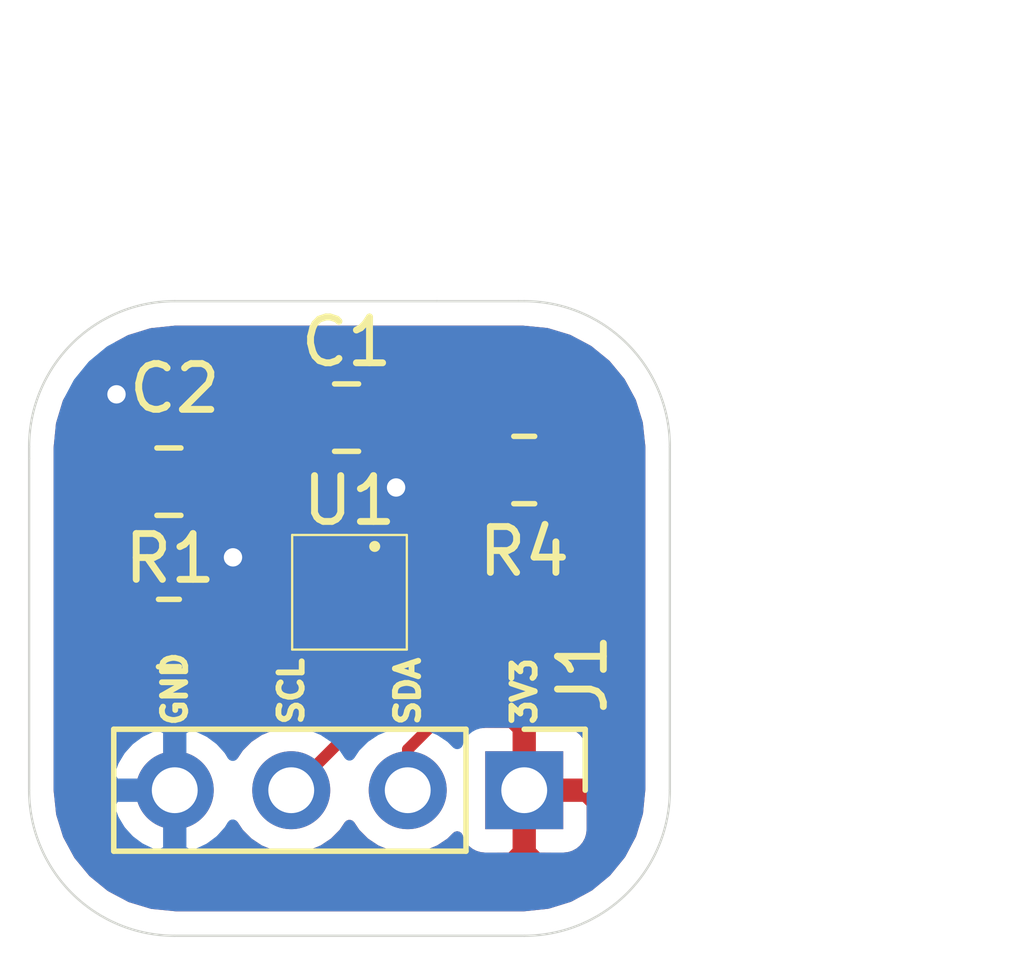
<source format=kicad_pcb>
(kicad_pcb (version 20171130) (host pcbnew "(5.1.7)-1")

  (general
    (thickness 1.6)
    (drawings 18)
    (tracks 33)
    (zones 0)
    (modules 6)
    (nets 7)
  )

  (page A4)
  (layers
    (0 F.Cu signal)
    (31 B.Cu signal)
    (32 B.Adhes user)
    (33 F.Adhes user)
    (34 B.Paste user)
    (35 F.Paste user)
    (36 B.SilkS user)
    (37 F.SilkS user)
    (38 B.Mask user)
    (39 F.Mask user)
    (40 Dwgs.User user)
    (41 Cmts.User user)
    (42 Eco1.User user)
    (43 Eco2.User user)
    (44 Edge.Cuts user)
    (45 Margin user)
    (46 B.CrtYd user)
    (47 F.CrtYd user)
    (48 B.Fab user)
    (49 F.Fab user hide)
  )

  (setup
    (last_trace_width 0.25)
    (trace_clearance 0.2)
    (zone_clearance 0.508)
    (zone_45_only no)
    (trace_min 0.2)
    (via_size 0.8)
    (via_drill 0.4)
    (via_min_size 0.4)
    (via_min_drill 0.3)
    (uvia_size 0.3)
    (uvia_drill 0.1)
    (uvias_allowed no)
    (uvia_min_size 0.2)
    (uvia_min_drill 0.1)
    (edge_width 0.05)
    (segment_width 0.2)
    (pcb_text_width 0.3)
    (pcb_text_size 1.5 1.5)
    (mod_edge_width 0.12)
    (mod_text_size 1 1)
    (mod_text_width 0.15)
    (pad_size 1.524 1.524)
    (pad_drill 0.762)
    (pad_to_mask_clearance 0)
    (aux_axis_origin 0 0)
    (visible_elements 7FFFFFFF)
    (pcbplotparams
      (layerselection 0x010fc_ffffffff)
      (usegerberextensions false)
      (usegerberattributes true)
      (usegerberadvancedattributes true)
      (creategerberjobfile true)
      (excludeedgelayer true)
      (linewidth 0.100000)
      (plotframeref false)
      (viasonmask false)
      (mode 1)
      (useauxorigin false)
      (hpglpennumber 1)
      (hpglpenspeed 20)
      (hpglpendiameter 15.000000)
      (psnegative false)
      (psa4output false)
      (plotreference true)
      (plotvalue true)
      (plotinvisibletext false)
      (padsonsilk false)
      (subtractmaskfromsilk false)
      (outputformat 1)
      (mirror false)
      (drillshape 1)
      (scaleselection 1)
      (outputdirectory ""))
  )

  (net 0 "")
  (net 1 GND)
  (net 2 +3V3)
  (net 3 /SCL)
  (net 4 /SDA)
  (net 5 "Net-(R1-Pad1)")
  (net 6 "Net-(R4-Pad1)")

  (net_class Default "This is the default net class."
    (clearance 0.2)
    (trace_width 0.25)
    (via_dia 0.8)
    (via_drill 0.4)
    (uvia_dia 0.3)
    (uvia_drill 0.1)
    (add_net +3V3)
    (add_net /SCL)
    (add_net /SDA)
    (add_net GND)
    (add_net "Net-(R1-Pad1)")
    (add_net "Net-(R4-Pad1)")
  )

  (module FEMA_LIB_FOOT:BMP280 (layer F.Cu) (tedit 5F7DDB1B) (tstamp 5F8A7327)
    (at 138.43 98.425)
    (path /5F87830A)
    (fp_text reference U1 (at 0 -2) (layer F.SilkS)
      (effects (font (size 1 1) (thickness 0.15)))
    )
    (fp_text value BME280 (at 0 2) (layer F.Fab)
      (effects (font (size 1 1) (thickness 0.15)))
    )
    (fp_circle (center 0.55 -1) (end 0.605 -1.025) (layer F.SilkS) (width 0.12))
    (fp_line (start -1.25 1.25) (end -1.25 -1.25) (layer F.SilkS) (width 0.05))
    (fp_line (start 1.25 1.25) (end -1.25 1.25) (layer F.SilkS) (width 0.05))
    (fp_line (start 1.25 -1.25) (end 1.25 1.25) (layer F.SilkS) (width 0.05))
    (fp_line (start -1.25 -1.25) (end 1.25 -1.25) (layer F.SilkS) (width 0.05))
    (pad 8 smd rect (at -1.025 -0.97) (size 0.5 0.35) (layers F.Cu F.Paste F.Mask)
      (net 2 +3V3))
    (pad 7 smd rect (at -1.025 -0.32) (size 0.5 0.35) (layers F.Cu F.Paste F.Mask)
      (net 1 GND))
    (pad 6 smd rect (at -1.025 0.33) (size 0.5 0.35) (layers F.Cu F.Paste F.Mask)
      (net 2 +3V3))
    (pad 5 smd rect (at -1.025 0.98) (size 0.5 0.35) (layers F.Cu F.Paste F.Mask)
      (net 5 "Net-(R1-Pad1)"))
    (pad 4 smd rect (at 1.025 0.98) (size 0.5 0.35) (layers F.Cu F.Paste F.Mask)
      (net 3 /SCL))
    (pad 3 smd rect (at 1.025 0.33) (size 0.5 0.35) (layers F.Cu F.Paste F.Mask)
      (net 4 /SDA))
    (pad 2 smd rect (at 1.025 -0.32) (size 0.5 0.35) (layers F.Cu F.Paste F.Mask)
      (net 6 "Net-(R4-Pad1)"))
    (pad 1 smd rect (at 1.025 -0.97) (size 0.5 0.35) (layers F.Cu F.Paste F.Mask)
      (net 1 GND))
  )

  (module Resistor_SMD:R_0805_2012Metric_Pad1.20x1.40mm_HandSolder (layer F.Cu) (tedit 5F68FEEE) (tstamp 5F8A7316)
    (at 142.24 95.758)
    (descr "Resistor SMD 0805 (2012 Metric), square (rectangular) end terminal, IPC_7351 nominal with elongated pad for handsoldering. (Body size source: IPC-SM-782 page 72, https://www.pcb-3d.com/wordpress/wp-content/uploads/ipc-sm-782a_amendment_1_and_2.pdf), generated with kicad-footprint-generator")
    (tags "resistor handsolder")
    (path /5F878326)
    (attr smd)
    (fp_text reference R4 (at 0 1.778) (layer F.SilkS)
      (effects (font (size 1 1) (thickness 0.15)))
    )
    (fp_text value 4.7K (at 0 1.65) (layer F.Fab)
      (effects (font (size 1 1) (thickness 0.15)))
    )
    (fp_line (start 1.85 0.95) (end -1.85 0.95) (layer F.CrtYd) (width 0.05))
    (fp_line (start 1.85 -0.95) (end 1.85 0.95) (layer F.CrtYd) (width 0.05))
    (fp_line (start -1.85 -0.95) (end 1.85 -0.95) (layer F.CrtYd) (width 0.05))
    (fp_line (start -1.85 0.95) (end -1.85 -0.95) (layer F.CrtYd) (width 0.05))
    (fp_line (start -0.227064 0.735) (end 0.227064 0.735) (layer F.SilkS) (width 0.12))
    (fp_line (start -0.227064 -0.735) (end 0.227064 -0.735) (layer F.SilkS) (width 0.12))
    (fp_line (start 1 0.625) (end -1 0.625) (layer F.Fab) (width 0.1))
    (fp_line (start 1 -0.625) (end 1 0.625) (layer F.Fab) (width 0.1))
    (fp_line (start -1 -0.625) (end 1 -0.625) (layer F.Fab) (width 0.1))
    (fp_line (start -1 0.625) (end -1 -0.625) (layer F.Fab) (width 0.1))
    (fp_text user %R (at 0 0) (layer F.Fab)
      (effects (font (size 0.5 0.5) (thickness 0.08)))
    )
    (pad 2 smd roundrect (at 1 0) (size 1.2 1.4) (layers F.Cu F.Paste F.Mask) (roundrect_rratio 0.208333)
      (net 2 +3V3))
    (pad 1 smd roundrect (at -1 0) (size 1.2 1.4) (layers F.Cu F.Paste F.Mask) (roundrect_rratio 0.208333)
      (net 6 "Net-(R4-Pad1)"))
    (model ${KISYS3DMOD}/Resistor_SMD.3dshapes/R_0805_2012Metric.wrl
      (at (xyz 0 0 0))
      (scale (xyz 1 1 1))
      (rotate (xyz 0 0 0))
    )
  )

  (module Resistor_SMD:R_0805_2012Metric_Pad1.20x1.40mm_HandSolder (layer F.Cu) (tedit 5F68FEEE) (tstamp 5F8A7829)
    (at 134.493 99.314 180)
    (descr "Resistor SMD 0805 (2012 Metric), square (rectangular) end terminal, IPC_7351 nominal with elongated pad for handsoldering. (Body size source: IPC-SM-782 page 72, https://www.pcb-3d.com/wordpress/wp-content/uploads/ipc-sm-782a_amendment_1_and_2.pdf), generated with kicad-footprint-generator")
    (tags "resistor handsolder")
    (path /5F87837B)
    (attr smd)
    (fp_text reference R1 (at -0.0254 1.6256) (layer F.SilkS)
      (effects (font (size 1 1) (thickness 0.15)))
    )
    (fp_text value 4.7K (at 0.508 -2.921) (layer F.Fab)
      (effects (font (size 1 1) (thickness 0.15)))
    )
    (fp_line (start 1.85 0.95) (end -1.85 0.95) (layer F.CrtYd) (width 0.05))
    (fp_line (start 1.85 -0.95) (end 1.85 0.95) (layer F.CrtYd) (width 0.05))
    (fp_line (start -1.85 -0.95) (end 1.85 -0.95) (layer F.CrtYd) (width 0.05))
    (fp_line (start -1.85 0.95) (end -1.85 -0.95) (layer F.CrtYd) (width 0.05))
    (fp_line (start -0.227064 0.735) (end 0.227064 0.735) (layer F.SilkS) (width 0.12))
    (fp_line (start -0.227064 -0.735) (end 0.227064 -0.735) (layer F.SilkS) (width 0.12))
    (fp_line (start 1 0.625) (end -1 0.625) (layer F.Fab) (width 0.1))
    (fp_line (start 1 -0.625) (end 1 0.625) (layer F.Fab) (width 0.1))
    (fp_line (start -1 -0.625) (end 1 -0.625) (layer F.Fab) (width 0.1))
    (fp_line (start -1 0.625) (end -1 -0.625) (layer F.Fab) (width 0.1))
    (fp_text user %R (at 0 0) (layer F.Fab)
      (effects (font (size 0.5 0.5) (thickness 0.08)))
    )
    (pad 2 smd roundrect (at 1 0 180) (size 1.2 1.4) (layers F.Cu F.Paste F.Mask) (roundrect_rratio 0.208333)
      (net 2 +3V3))
    (pad 1 smd roundrect (at -1 0 180) (size 1.2 1.4) (layers F.Cu F.Paste F.Mask) (roundrect_rratio 0.208333)
      (net 5 "Net-(R1-Pad1)"))
    (model ${KISYS3DMOD}/Resistor_SMD.3dshapes/R_0805_2012Metric.wrl
      (at (xyz 0 0 0))
      (scale (xyz 1 1 1))
      (rotate (xyz 0 0 0))
    )
  )

  (module Connector_PinHeader_2.54mm:PinHeader_1x04_P2.54mm_Vertical (layer F.Cu) (tedit 59FED5CC) (tstamp 5F8A72D2)
    (at 142.24 102.743 270)
    (descr "Through hole straight pin header, 1x04, 2.54mm pitch, single row")
    (tags "Through hole pin header THT 1x04 2.54mm single row")
    (path /5F885056)
    (fp_text reference J1 (at -2.54 -1.27 90) (layer F.SilkS)
      (effects (font (size 1 1) (thickness 0.15)))
    )
    (fp_text value Conn_01x04 (at -0.635 -5.207 180) (layer F.Fab)
      (effects (font (size 1 1) (thickness 0.15)))
    )
    (fp_line (start 1.8 -1.8) (end -1.8 -1.8) (layer F.CrtYd) (width 0.05))
    (fp_line (start 1.8 9.4) (end 1.8 -1.8) (layer F.CrtYd) (width 0.05))
    (fp_line (start -1.8 9.4) (end 1.8 9.4) (layer F.CrtYd) (width 0.05))
    (fp_line (start -1.8 -1.8) (end -1.8 9.4) (layer F.CrtYd) (width 0.05))
    (fp_line (start -1.33 -1.33) (end 0 -1.33) (layer F.SilkS) (width 0.12))
    (fp_line (start -1.33 0) (end -1.33 -1.33) (layer F.SilkS) (width 0.12))
    (fp_line (start -1.33 1.27) (end 1.33 1.27) (layer F.SilkS) (width 0.12))
    (fp_line (start 1.33 1.27) (end 1.33 8.95) (layer F.SilkS) (width 0.12))
    (fp_line (start -1.33 1.27) (end -1.33 8.95) (layer F.SilkS) (width 0.12))
    (fp_line (start -1.33 8.95) (end 1.33 8.95) (layer F.SilkS) (width 0.12))
    (fp_line (start -1.27 -0.635) (end -0.635 -1.27) (layer F.Fab) (width 0.1))
    (fp_line (start -1.27 8.89) (end -1.27 -0.635) (layer F.Fab) (width 0.1))
    (fp_line (start 1.27 8.89) (end -1.27 8.89) (layer F.Fab) (width 0.1))
    (fp_line (start 1.27 -1.27) (end 1.27 8.89) (layer F.Fab) (width 0.1))
    (fp_line (start -0.635 -1.27) (end 1.27 -1.27) (layer F.Fab) (width 0.1))
    (fp_text user %R (at 0 3.81) (layer F.Fab)
      (effects (font (size 1 1) (thickness 0.15)))
    )
    (pad 4 thru_hole oval (at 0 7.62 270) (size 1.7 1.7) (drill 1) (layers *.Cu *.Mask)
      (net 1 GND))
    (pad 3 thru_hole oval (at 0 5.08 270) (size 1.7 1.7) (drill 1) (layers *.Cu *.Mask)
      (net 3 /SCL))
    (pad 2 thru_hole oval (at 0 2.54 270) (size 1.7 1.7) (drill 1) (layers *.Cu *.Mask)
      (net 4 /SDA))
    (pad 1 thru_hole rect (at 0 0 270) (size 1.7 1.7) (drill 1) (layers *.Cu *.Mask)
      (net 2 +3V3))
    (model ${KISYS3DMOD}/Connector_PinHeader_2.54mm.3dshapes/PinHeader_1x04_P2.54mm_Vertical.wrl
      (at (xyz 0 0 0))
      (scale (xyz 1 1 1))
      (rotate (xyz 0 0 0))
    )
  )

  (module Capacitor_SMD:C_0805_2012Metric_Pad1.18x1.45mm_HandSolder (layer F.Cu) (tedit 5F68FEEF) (tstamp 5F8A72BA)
    (at 134.493 96.012 180)
    (descr "Capacitor SMD 0805 (2012 Metric), square (rectangular) end terminal, IPC_7351 nominal with elongated pad for handsoldering. (Body size source: IPC-SM-782 page 76, https://www.pcb-3d.com/wordpress/wp-content/uploads/ipc-sm-782a_amendment_1_and_2.pdf, https://docs.google.com/spreadsheets/d/1BsfQQcO9C6DZCsRaXUlFlo91Tg2WpOkGARC1WS5S8t0/edit?usp=sharing), generated with kicad-footprint-generator")
    (tags "capacitor handsolder")
    (path /5F87835F)
    (attr smd)
    (fp_text reference C2 (at -0.127 2.032) (layer F.SilkS)
      (effects (font (size 1 1) (thickness 0.15)))
    )
    (fp_text value 0.1uF (at 0 -1.651) (layer F.Fab)
      (effects (font (size 1 1) (thickness 0.15)))
    )
    (fp_line (start 1.88 0.98) (end -1.88 0.98) (layer F.CrtYd) (width 0.05))
    (fp_line (start 1.88 -0.98) (end 1.88 0.98) (layer F.CrtYd) (width 0.05))
    (fp_line (start -1.88 -0.98) (end 1.88 -0.98) (layer F.CrtYd) (width 0.05))
    (fp_line (start -1.88 0.98) (end -1.88 -0.98) (layer F.CrtYd) (width 0.05))
    (fp_line (start -0.261252 0.735) (end 0.261252 0.735) (layer F.SilkS) (width 0.12))
    (fp_line (start -0.261252 -0.735) (end 0.261252 -0.735) (layer F.SilkS) (width 0.12))
    (fp_line (start 1 0.625) (end -1 0.625) (layer F.Fab) (width 0.1))
    (fp_line (start 1 -0.625) (end 1 0.625) (layer F.Fab) (width 0.1))
    (fp_line (start -1 -0.625) (end 1 -0.625) (layer F.Fab) (width 0.1))
    (fp_line (start -1 0.625) (end -1 -0.625) (layer F.Fab) (width 0.1))
    (fp_text user %R (at 0 0) (layer F.Fab)
      (effects (font (size 0.5 0.5) (thickness 0.08)))
    )
    (pad 2 smd roundrect (at 1.0375 0 180) (size 1.175 1.45) (layers F.Cu F.Paste F.Mask) (roundrect_rratio 0.212766)
      (net 1 GND))
    (pad 1 smd roundrect (at -1.0375 0 180) (size 1.175 1.45) (layers F.Cu F.Paste F.Mask) (roundrect_rratio 0.212766)
      (net 2 +3V3))
    (model ${KISYS3DMOD}/Capacitor_SMD.3dshapes/C_0805_2012Metric.wrl
      (at (xyz 0 0 0))
      (scale (xyz 1 1 1))
      (rotate (xyz 0 0 0))
    )
  )

  (module Capacitor_SMD:C_0805_2012Metric_Pad1.18x1.45mm_HandSolder (layer F.Cu) (tedit 5F68FEEF) (tstamp 5F8A72A9)
    (at 138.3665 94.615)
    (descr "Capacitor SMD 0805 (2012 Metric), square (rectangular) end terminal, IPC_7351 nominal with elongated pad for handsoldering. (Body size source: IPC-SM-782 page 76, https://www.pcb-3d.com/wordpress/wp-content/uploads/ipc-sm-782a_amendment_1_and_2.pdf, https://docs.google.com/spreadsheets/d/1BsfQQcO9C6DZCsRaXUlFlo91Tg2WpOkGARC1WS5S8t0/edit?usp=sharing), generated with kicad-footprint-generator")
    (tags "capacitor handsolder")
    (path /5F878359)
    (attr smd)
    (fp_text reference C1 (at 0 -1.651) (layer F.SilkS)
      (effects (font (size 1 1) (thickness 0.15)))
    )
    (fp_text value 0.1uF (at 3.2385 -1.905) (layer F.Fab)
      (effects (font (size 1 1) (thickness 0.15)))
    )
    (fp_line (start 1.88 0.98) (end -1.88 0.98) (layer F.CrtYd) (width 0.05))
    (fp_line (start 1.88 -0.98) (end 1.88 0.98) (layer F.CrtYd) (width 0.05))
    (fp_line (start -1.88 -0.98) (end 1.88 -0.98) (layer F.CrtYd) (width 0.05))
    (fp_line (start -1.88 0.98) (end -1.88 -0.98) (layer F.CrtYd) (width 0.05))
    (fp_line (start -0.261252 0.735) (end 0.261252 0.735) (layer F.SilkS) (width 0.12))
    (fp_line (start -0.261252 -0.735) (end 0.261252 -0.735) (layer F.SilkS) (width 0.12))
    (fp_line (start 1 0.625) (end -1 0.625) (layer F.Fab) (width 0.1))
    (fp_line (start 1 -0.625) (end 1 0.625) (layer F.Fab) (width 0.1))
    (fp_line (start -1 -0.625) (end 1 -0.625) (layer F.Fab) (width 0.1))
    (fp_line (start -1 0.625) (end -1 -0.625) (layer F.Fab) (width 0.1))
    (fp_text user %R (at 0 0) (layer F.Fab)
      (effects (font (size 0.5 0.5) (thickness 0.08)))
    )
    (pad 2 smd roundrect (at 1.0375 0) (size 1.175 1.45) (layers F.Cu F.Paste F.Mask) (roundrect_rratio 0.212766)
      (net 1 GND))
    (pad 1 smd roundrect (at -1.0375 0) (size 1.175 1.45) (layers F.Cu F.Paste F.Mask) (roundrect_rratio 0.212766)
      (net 2 +3V3))
    (model ${KISYS3DMOD}/Capacitor_SMD.3dshapes/C_0805_2012Metric.wrl
      (at (xyz 0 0 0))
      (scale (xyz 1 1 1))
      (rotate (xyz 0 0 0))
    )
  )

  (gr_text 3V3 (at 142.24 100.584 90) (layer F.SilkS)
    (effects (font (size 0.508 0.508) (thickness 0.127)))
  )
  (gr_text SDA (at 139.7 100.584 90) (layer F.SilkS)
    (effects (font (size 0.508 0.508) (thickness 0.127)))
  )
  (gr_text SCL (at 137.16 100.584 90) (layer F.SilkS)
    (effects (font (size 0.508 0.508) (thickness 0.127)))
  )
  (gr_text GND (at 134.62 100.5332 90) (layer F.SilkS)
    (effects (font (size 0.508 0.508) (thickness 0.127)))
  )
  (dimension 13.97 (width 0.15) (layer Dwgs.User)
    (gr_text "0.5500 in" (at 138.43 86.203) (layer Dwgs.User)
      (effects (font (size 1 1) (thickness 0.15)))
    )
    (feature1 (pts (xy 145.415 99.314) (xy 145.415 86.916579)))
    (feature2 (pts (xy 131.445 99.314) (xy 131.445 86.916579)))
    (crossbar (pts (xy 131.445 87.503) (xy 145.415 87.503)))
    (arrow1a (pts (xy 145.415 87.503) (xy 144.288496 88.089421)))
    (arrow1b (pts (xy 145.415 87.503) (xy 144.288496 86.916579)))
    (arrow2a (pts (xy 131.445 87.503) (xy 132.571504 88.089421)))
    (arrow2b (pts (xy 131.445 87.503) (xy 132.571504 86.916579)))
  )
  (dimension 13.843 (width 0.15) (layer Dwgs.User)
    (gr_text "0.5450 in" (at 151.795 98.9965 90) (layer Dwgs.User)
      (effects (font (size 1 1) (thickness 0.15)))
    )
    (feature1 (pts (xy 140.589 92.075) (xy 151.081421 92.075)))
    (feature2 (pts (xy 140.589 105.918) (xy 151.081421 105.918)))
    (crossbar (pts (xy 150.495 105.918) (xy 150.495 92.075)))
    (arrow1a (pts (xy 150.495 92.075) (xy 151.081421 93.201504)))
    (arrow1b (pts (xy 150.495 92.075) (xy 149.908579 93.201504)))
    (arrow2a (pts (xy 150.495 105.918) (xy 151.081421 104.791496)))
    (arrow2b (pts (xy 150.495 105.918) (xy 149.908579 104.791496)))
  )
  (gr_line (start 134.62 105.918) (end 142.24 105.918) (layer Edge.Cuts) (width 0.05) (tstamp 5F911923))
  (gr_line (start 131.445 95.25) (end 131.445 95.504) (layer Edge.Cuts) (width 0.05) (tstamp 5F911922))
  (gr_line (start 142.113 92.075) (end 140.335 92.075) (layer Edge.Cuts) (width 0.05) (tstamp 5F911921))
  (gr_line (start 142.113 92.075) (end 142.24 92.075) (layer Edge.Cuts) (width 0.05) (tstamp 5F911920))
  (gr_line (start 145.415 95.25) (end 145.415 95.758) (layer Edge.Cuts) (width 0.05) (tstamp 5F91191F))
  (gr_arc (start 142.24 95.25) (end 145.415 95.25) (angle -90) (layer Edge.Cuts) (width 0.05))
  (gr_line (start 145.415 102.743) (end 145.415 95.758) (layer Edge.Cuts) (width 0.05))
  (gr_arc (start 142.24 102.743) (end 142.24 105.918) (angle -90) (layer Edge.Cuts) (width 0.05))
  (gr_arc (start 134.62 95.25) (end 134.62 92.075) (angle -90) (layer Edge.Cuts) (width 0.05))
  (gr_line (start 134.62 92.075) (end 140.335 92.075) (layer Edge.Cuts) (width 0.05))
  (gr_line (start 131.445 102.743) (end 131.445 95.504) (layer Edge.Cuts) (width 0.05))
  (gr_arc (start 134.62 102.743) (end 131.445 102.743) (angle -90) (layer Edge.Cuts) (width 0.05))

  (via (at 139.446 96.139) (size 0.8) (drill 0.4) (layers F.Cu B.Cu) (net 1))
  (segment (start 139.446 94.657) (end 139.404 94.615) (width 0.25) (layer F.Cu) (net 1))
  (segment (start 139.446 96.139) (end 139.446 94.657) (width 0.25) (layer F.Cu) (net 1))
  (segment (start 139.455 96.148) (end 139.446 96.139) (width 0.25) (layer F.Cu) (net 1))
  (segment (start 139.455 97.455) (end 139.455 96.148) (width 0.25) (layer F.Cu) (net 1))
  (via (at 133.35 94.107) (size 0.8) (drill 0.4) (layers F.Cu B.Cu) (net 1) (status 1000000))
  (segment (start 133.4555 94.2125) (end 133.35 94.107) (width 0.25) (layer F.Cu) (net 1) (status 1000000))
  (segment (start 133.4555 96.012) (end 133.4555 94.2125) (width 0.25) (layer F.Cu) (net 1) (status 1000000))
  (via (at 135.89 97.663) (size 0.8) (drill 0.4) (layers F.Cu B.Cu) (net 1) (status 1000000))
  (segment (start 137.405 98.105) (end 136.332 98.105) (width 0.25) (layer F.Cu) (net 1) (status 1000000))
  (segment (start 136.332 98.105) (end 135.89 97.663) (width 0.25) (layer F.Cu) (net 1) (status 1000000))
  (segment (start 137.405 97.455) (end 137.405 96.765) (width 0.25) (layer F.Cu) (net 2))
  (segment (start 136.652 96.012) (end 135.5305 96.012) (width 0.25) (layer F.Cu) (net 2))
  (segment (start 137.405 96.765) (end 136.652 96.012) (width 0.25) (layer F.Cu) (net 2))
  (segment (start 138.095 97.455) (end 137.405 97.455) (width 0.25) (layer F.Cu) (net 2))
  (segment (start 138.303 97.663) (end 138.095 97.455) (width 0.25) (layer F.Cu) (net 2))
  (segment (start 138.303 98.552) (end 138.303 97.663) (width 0.25) (layer F.Cu) (net 2))
  (segment (start 138.1 98.755) (end 138.303 98.552) (width 0.25) (layer F.Cu) (net 2))
  (segment (start 137.405 98.755) (end 138.1 98.755) (width 0.25) (layer F.Cu) (net 2))
  (segment (start 138.974 99.405) (end 139.455 99.405) (width 0.25) (layer F.Cu) (net 3))
  (segment (start 138.557 99.822) (end 138.974 99.405) (width 0.25) (layer F.Cu) (net 3))
  (segment (start 138.557 101.346) (end 138.557 99.822) (width 0.25) (layer F.Cu) (net 3))
  (segment (start 137.16 102.743) (end 138.557 101.346) (width 0.25) (layer F.Cu) (net 3))
  (segment (start 139.815002 98.755) (end 139.455 98.755) (width 0.25) (layer F.Cu) (net 4))
  (segment (start 140.589 99.528998) (end 139.815002 98.755) (width 0.25) (layer F.Cu) (net 4))
  (segment (start 140.589 100.965) (end 140.589 99.528998) (width 0.25) (layer F.Cu) (net 4))
  (segment (start 139.7 101.854) (end 140.589 100.965) (width 0.25) (layer F.Cu) (net 4))
  (segment (start 139.7 102.743) (end 139.7 101.854) (width 0.25) (layer F.Cu) (net 4))
  (segment (start 137.314 99.314) (end 137.405 99.405) (width 0.25) (layer F.Cu) (net 5))
  (segment (start 135.493 99.314) (end 137.314 99.314) (width 0.25) (layer F.Cu) (net 5))
  (segment (start 141.24 96.82) (end 141.24 95.758) (width 0.25) (layer F.Cu) (net 6))
  (segment (start 139.955 98.105) (end 141.24 96.82) (width 0.25) (layer F.Cu) (net 6))
  (segment (start 139.455 98.105) (end 139.955 98.105) (width 0.25) (layer F.Cu) (net 6))

  (zone (net 2) (net_name +3V3) (layer F.Cu) (tstamp 0) (hatch edge 0.508)
    (connect_pads (clearance 0.508))
    (min_thickness 0.254)
    (fill yes (arc_segments 32) (thermal_gap 0.508) (thermal_bridge_width 0.508))
    (polygon
      (pts
        (xy 146.05 106.68) (xy 130.81 106.68) (xy 130.81 91.44) (xy 146.05 91.44)
      )
    )
    (filled_polygon
      (pts
        (xy 142.727884 92.786002) (xy 143.197188 92.927694) (xy 143.630025 93.157837) (xy 144.009927 93.467678) (xy 144.322403 93.845397)
        (xy 144.555569 94.276627) (xy 144.700532 94.744928) (xy 144.755 95.263153) (xy 144.755 95.790419) (xy 144.755001 95.790429)
        (xy 144.755 102.710722) (xy 144.703998 103.230883) (xy 144.562307 103.700186) (xy 144.332161 104.133028) (xy 144.022323 104.512927)
        (xy 143.6446 104.825406) (xy 143.213373 105.058569) (xy 142.745073 105.203532) (xy 142.226847 105.258) (xy 134.652278 105.258)
        (xy 134.132117 105.206998) (xy 133.662814 105.065307) (xy 133.229972 104.835161) (xy 132.850073 104.525323) (xy 132.537594 104.1476)
        (xy 132.304431 103.716373) (xy 132.159468 103.248073) (xy 132.105 102.729847) (xy 132.105 100.014) (xy 132.254928 100.014)
        (xy 132.267188 100.138482) (xy 132.303498 100.25818) (xy 132.362463 100.368494) (xy 132.441815 100.465185) (xy 132.538506 100.544537)
        (xy 132.64882 100.603502) (xy 132.768518 100.639812) (xy 132.893 100.652072) (xy 133.20725 100.649) (xy 133.366 100.49025)
        (xy 133.366 99.441) (xy 132.41675 99.441) (xy 132.258 99.59975) (xy 132.254928 100.014) (xy 132.105 100.014)
        (xy 132.105 98.614) (xy 132.254928 98.614) (xy 132.258 99.02825) (xy 132.41675 99.187) (xy 133.366 99.187)
        (xy 133.366 98.13775) (xy 133.20725 97.979) (xy 132.893 97.975928) (xy 132.768518 97.988188) (xy 132.64882 98.024498)
        (xy 132.538506 98.083463) (xy 132.441815 98.162815) (xy 132.362463 98.259506) (xy 132.303498 98.36982) (xy 132.267188 98.489518)
        (xy 132.254928 98.614) (xy 132.105 98.614) (xy 132.105 95.282278) (xy 132.156002 94.762116) (xy 132.297694 94.292812)
        (xy 132.32243 94.24629) (xy 132.354774 94.408898) (xy 132.432795 94.597256) (xy 132.546063 94.766774) (xy 132.598948 94.819659)
        (xy 132.490038 94.909038) (xy 132.379595 95.043614) (xy 132.297528 95.19715) (xy 132.246992 95.363746) (xy 132.229928 95.537)
        (xy 132.229928 96.487) (xy 132.246992 96.660254) (xy 132.297528 96.82685) (xy 132.379595 96.980386) (xy 132.490038 97.114962)
        (xy 132.624614 97.225405) (xy 132.77815 97.307472) (xy 132.944746 97.358008) (xy 133.118 97.375072) (xy 133.793 97.375072)
        (xy 133.966254 97.358008) (xy 134.13285 97.307472) (xy 134.286386 97.225405) (xy 134.420962 97.114962) (xy 134.426342 97.108406)
        (xy 134.491815 97.188185) (xy 134.588506 97.267537) (xy 134.69882 97.326502) (xy 134.818518 97.362812) (xy 134.892975 97.370145)
        (xy 134.855 97.561061) (xy 134.855 97.764939) (xy 134.894774 97.964898) (xy 134.913481 98.010059) (xy 134.803149 98.043528)
        (xy 134.649613 98.125595) (xy 134.568363 98.192276) (xy 134.544185 98.162815) (xy 134.447494 98.083463) (xy 134.33718 98.024498)
        (xy 134.217482 97.988188) (xy 134.093 97.975928) (xy 133.77875 97.979) (xy 133.62 98.13775) (xy 133.62 99.187)
        (xy 133.64 99.187) (xy 133.64 99.441) (xy 133.62 99.441) (xy 133.62 100.49025) (xy 133.77875 100.649)
        (xy 134.093 100.652072) (xy 134.217482 100.639812) (xy 134.33718 100.603502) (xy 134.447494 100.544537) (xy 134.544185 100.465185)
        (xy 134.568363 100.435724) (xy 134.649613 100.502405) (xy 134.803149 100.584472) (xy 134.969745 100.635008) (xy 135.142999 100.652072)
        (xy 135.843001 100.652072) (xy 136.016255 100.635008) (xy 136.182851 100.584472) (xy 136.336387 100.502405) (xy 136.470962 100.391962)
        (xy 136.581405 100.257387) (xy 136.663472 100.103851) (xy 136.672527 100.074) (xy 136.755985 100.074) (xy 136.800506 100.110537)
        (xy 136.91082 100.169502) (xy 137.030518 100.205812) (xy 137.155 100.218072) (xy 137.655 100.218072) (xy 137.779482 100.205812)
        (xy 137.797001 100.200498) (xy 137.797 101.031198) (xy 137.526408 101.30179) (xy 137.30626 101.258) (xy 137.01374 101.258)
        (xy 136.726842 101.315068) (xy 136.456589 101.42701) (xy 136.213368 101.589525) (xy 136.006525 101.796368) (xy 135.89 101.97076)
        (xy 135.773475 101.796368) (xy 135.566632 101.589525) (xy 135.323411 101.42701) (xy 135.053158 101.315068) (xy 134.76626 101.258)
        (xy 134.47374 101.258) (xy 134.186842 101.315068) (xy 133.916589 101.42701) (xy 133.673368 101.589525) (xy 133.466525 101.796368)
        (xy 133.30401 102.039589) (xy 133.192068 102.309842) (xy 133.135 102.59674) (xy 133.135 102.88926) (xy 133.192068 103.176158)
        (xy 133.30401 103.446411) (xy 133.466525 103.689632) (xy 133.673368 103.896475) (xy 133.916589 104.05899) (xy 134.186842 104.170932)
        (xy 134.47374 104.228) (xy 134.76626 104.228) (xy 135.053158 104.170932) (xy 135.323411 104.05899) (xy 135.566632 103.896475)
        (xy 135.773475 103.689632) (xy 135.89 103.51524) (xy 136.006525 103.689632) (xy 136.213368 103.896475) (xy 136.456589 104.05899)
        (xy 136.726842 104.170932) (xy 137.01374 104.228) (xy 137.30626 104.228) (xy 137.593158 104.170932) (xy 137.863411 104.05899)
        (xy 138.106632 103.896475) (xy 138.313475 103.689632) (xy 138.43 103.51524) (xy 138.546525 103.689632) (xy 138.753368 103.896475)
        (xy 138.996589 104.05899) (xy 139.266842 104.170932) (xy 139.55374 104.228) (xy 139.84626 104.228) (xy 140.133158 104.170932)
        (xy 140.403411 104.05899) (xy 140.646632 103.896475) (xy 140.778487 103.76462) (xy 140.800498 103.83718) (xy 140.859463 103.947494)
        (xy 140.938815 104.044185) (xy 141.035506 104.123537) (xy 141.14582 104.182502) (xy 141.265518 104.218812) (xy 141.39 104.231072)
        (xy 141.95425 104.228) (xy 142.113 104.06925) (xy 142.113 102.87) (xy 142.367 102.87) (xy 142.367 104.06925)
        (xy 142.52575 104.228) (xy 143.09 104.231072) (xy 143.214482 104.218812) (xy 143.33418 104.182502) (xy 143.444494 104.123537)
        (xy 143.541185 104.044185) (xy 143.620537 103.947494) (xy 143.679502 103.83718) (xy 143.715812 103.717482) (xy 143.728072 103.593)
        (xy 143.725 103.02875) (xy 143.56625 102.87) (xy 142.367 102.87) (xy 142.113 102.87) (xy 142.093 102.87)
        (xy 142.093 102.616) (xy 142.113 102.616) (xy 142.113 101.41675) (xy 142.367 101.41675) (xy 142.367 102.616)
        (xy 143.56625 102.616) (xy 143.725 102.45725) (xy 143.728072 101.893) (xy 143.715812 101.768518) (xy 143.679502 101.64882)
        (xy 143.620537 101.538506) (xy 143.541185 101.441815) (xy 143.444494 101.362463) (xy 143.33418 101.303498) (xy 143.214482 101.267188)
        (xy 143.09 101.254928) (xy 142.52575 101.258) (xy 142.367 101.41675) (xy 142.113 101.41675) (xy 141.95425 101.258)
        (xy 141.39 101.254928) (xy 141.29055 101.264723) (xy 141.294546 101.257247) (xy 141.338003 101.113986) (xy 141.349 101.002333)
        (xy 141.349 101.002323) (xy 141.352676 100.965) (xy 141.349 100.927677) (xy 141.349 99.56632) (xy 141.352676 99.528997)
        (xy 141.349 99.491674) (xy 141.349 99.491665) (xy 141.338003 99.380012) (xy 141.294546 99.236751) (xy 141.223974 99.104722)
        (xy 141.197064 99.071932) (xy 141.152799 99.017994) (xy 141.152795 99.01799) (xy 141.129001 98.988997) (xy 141.100008 98.965203)
        (xy 140.634802 98.499999) (xy 141.751009 97.383794) (xy 141.780001 97.360001) (xy 141.803795 97.331008) (xy 141.803799 97.331004)
        (xy 141.861811 97.260315) (xy 141.874974 97.244276) (xy 141.945546 97.112247) (xy 141.978913 97.002248) (xy 142.083387 96.946405)
        (xy 142.164637 96.879724) (xy 142.188815 96.909185) (xy 142.285506 96.988537) (xy 142.39582 97.047502) (xy 142.515518 97.083812)
        (xy 142.64 97.096072) (xy 142.95425 97.093) (xy 143.113 96.93425) (xy 143.113 95.885) (xy 143.367 95.885)
        (xy 143.367 96.93425) (xy 143.52575 97.093) (xy 143.84 97.096072) (xy 143.964482 97.083812) (xy 144.08418 97.047502)
        (xy 144.194494 96.988537) (xy 144.291185 96.909185) (xy 144.370537 96.812494) (xy 144.429502 96.70218) (xy 144.465812 96.582482)
        (xy 144.478072 96.458) (xy 144.475 96.04375) (xy 144.31625 95.885) (xy 143.367 95.885) (xy 143.113 95.885)
        (xy 143.093 95.885) (xy 143.093 95.631) (xy 143.113 95.631) (xy 143.113 94.58175) (xy 143.367 94.58175)
        (xy 143.367 95.631) (xy 144.31625 95.631) (xy 144.475 95.47225) (xy 144.478072 95.058) (xy 144.465812 94.933518)
        (xy 144.429502 94.81382) (xy 144.370537 94.703506) (xy 144.291185 94.606815) (xy 144.194494 94.527463) (xy 144.08418 94.468498)
        (xy 143.964482 94.432188) (xy 143.84 94.419928) (xy 143.52575 94.423) (xy 143.367 94.58175) (xy 143.113 94.58175)
        (xy 142.95425 94.423) (xy 142.64 94.419928) (xy 142.515518 94.432188) (xy 142.39582 94.468498) (xy 142.285506 94.527463)
        (xy 142.188815 94.606815) (xy 142.164637 94.636276) (xy 142.083387 94.569595) (xy 141.929851 94.487528) (xy 141.763255 94.436992)
        (xy 141.590001 94.419928) (xy 140.889999 94.419928) (xy 140.716745 94.436992) (xy 140.629572 94.463435) (xy 140.629572 94.14)
        (xy 140.612508 93.966746) (xy 140.561972 93.80015) (xy 140.479905 93.646614) (xy 140.369462 93.512038) (xy 140.234886 93.401595)
        (xy 140.08135 93.319528) (xy 139.914754 93.268992) (xy 139.7415 93.251928) (xy 139.0665 93.251928) (xy 138.893246 93.268992)
        (xy 138.72665 93.319528) (xy 138.573114 93.401595) (xy 138.438538 93.512038) (xy 138.433158 93.518594) (xy 138.367685 93.438815)
        (xy 138.270994 93.359463) (xy 138.16068 93.300498) (xy 138.040982 93.264188) (xy 137.9165 93.251928) (xy 137.61475 93.255)
        (xy 137.456 93.41375) (xy 137.456 94.488) (xy 137.476 94.488) (xy 137.476 94.742) (xy 137.456 94.742)
        (xy 137.456 95.81625) (xy 137.61475 95.975) (xy 137.9165 95.978072) (xy 138.040982 95.965812) (xy 138.16068 95.929502)
        (xy 138.270994 95.870537) (xy 138.367685 95.791185) (xy 138.433158 95.711406) (xy 138.438538 95.717962) (xy 138.4845 95.755682)
        (xy 138.450774 95.837102) (xy 138.411 96.037061) (xy 138.411 96.240939) (xy 138.450774 96.440898) (xy 138.528795 96.629256)
        (xy 138.642063 96.798774) (xy 138.695 96.851711) (xy 138.695 96.900481) (xy 138.674463 96.925506) (xy 138.615498 97.03582)
        (xy 138.579188 97.155518) (xy 138.566928 97.28) (xy 138.566928 97.63) (xy 138.579188 97.754482) (xy 138.586929 97.78)
        (xy 138.579188 97.805518) (xy 138.566928 97.93) (xy 138.566928 98.28) (xy 138.579188 98.404482) (xy 138.586929 98.43)
        (xy 138.579188 98.455518) (xy 138.566928 98.58) (xy 138.566928 98.76083) (xy 138.549724 98.770026) (xy 138.433999 98.864999)
        (xy 138.410196 98.894003) (xy 138.283036 99.021163) (xy 138.29 98.96175) (xy 138.13125 98.803) (xy 138.126033 98.803)
        (xy 138.106185 98.778815) (xy 138.077166 98.755) (xy 138.106185 98.731185) (xy 138.126033 98.707) (xy 138.13125 98.707)
        (xy 138.29 98.54825) (xy 138.277086 98.438068) (xy 138.273699 98.427931) (xy 138.280812 98.404482) (xy 138.293072 98.28)
        (xy 138.293072 97.93) (xy 138.280812 97.805518) (xy 138.273699 97.782069) (xy 138.277086 97.771932) (xy 138.29 97.66175)
        (xy 138.13125 97.503) (xy 138.126033 97.503) (xy 138.106185 97.478815) (xy 138.018678 97.407) (xy 138.13125 97.407)
        (xy 138.29 97.24825) (xy 138.277086 97.138068) (xy 138.237443 97.019432) (xy 138.175417 96.91081) (xy 138.093392 96.816375)
        (xy 137.99452 96.739757) (xy 137.8826 96.683901) (xy 137.761934 96.650952) (xy 137.68675 96.645) (xy 137.528 96.80375)
        (xy 137.528 97.291928) (xy 137.282 97.291928) (xy 137.282 96.80375) (xy 137.12325 96.645) (xy 137.048066 96.650952)
        (xy 136.9274 96.683901) (xy 136.81548 96.739757) (xy 136.750869 96.789825) (xy 136.756072 96.737) (xy 136.753 96.29775)
        (xy 136.59425 96.139) (xy 135.6575 96.139) (xy 135.6575 96.159) (xy 135.4035 96.159) (xy 135.4035 96.139)
        (xy 135.3835 96.139) (xy 135.3835 95.885) (xy 135.4035 95.885) (xy 135.4035 94.81075) (xy 135.6575 94.81075)
        (xy 135.6575 95.885) (xy 136.414064 95.885) (xy 136.49732 95.929502) (xy 136.617018 95.965812) (xy 136.7415 95.978072)
        (xy 137.04325 95.975) (xy 137.202 95.81625) (xy 137.202 94.742) (xy 136.445436 94.742) (xy 136.36218 94.697498)
        (xy 136.242482 94.661188) (xy 136.118 94.648928) (xy 135.81625 94.652) (xy 135.6575 94.81075) (xy 135.4035 94.81075)
        (xy 135.24475 94.652) (xy 134.943 94.648928) (xy 134.818518 94.661188) (xy 134.69882 94.697498) (xy 134.588506 94.756463)
        (xy 134.491815 94.835815) (xy 134.426342 94.915594) (xy 134.420962 94.909038) (xy 134.286386 94.798595) (xy 134.2155 94.760706)
        (xy 134.2155 94.674638) (xy 134.267205 94.597256) (xy 134.345226 94.408898) (xy 134.385 94.208939) (xy 134.385 94.005061)
        (xy 134.362114 93.89) (xy 136.103428 93.89) (xy 136.1065 94.32925) (xy 136.26525 94.488) (xy 137.202 94.488)
        (xy 137.202 93.41375) (xy 137.04325 93.255) (xy 136.7415 93.251928) (xy 136.617018 93.264188) (xy 136.49732 93.300498)
        (xy 136.387006 93.359463) (xy 136.290315 93.438815) (xy 136.210963 93.535506) (xy 136.151998 93.64582) (xy 136.115688 93.765518)
        (xy 136.103428 93.89) (xy 134.362114 93.89) (xy 134.345226 93.805102) (xy 134.267205 93.616744) (xy 134.153937 93.447226)
        (xy 134.009774 93.303063) (xy 133.840256 93.189795) (xy 133.651898 93.111774) (xy 133.451939 93.072) (xy 133.392199 93.072)
        (xy 133.646627 92.934431) (xy 134.114928 92.789468) (xy 134.633153 92.735) (xy 142.207722 92.735)
      )
    )
  )
  (zone (net 1) (net_name GND) (layer B.Cu) (tstamp 0) (hatch edge 0.508)
    (connect_pads (clearance 0.508))
    (min_thickness 0.254)
    (fill yes (arc_segments 32) (thermal_gap 0.508) (thermal_bridge_width 0.508))
    (polygon
      (pts
        (xy 146.05 106.68) (xy 130.81 106.68) (xy 130.81 91.44) (xy 146.05 91.44)
      )
    )
    (filled_polygon
      (pts
        (xy 142.727884 92.786002) (xy 143.197188 92.927694) (xy 143.630025 93.157837) (xy 144.009927 93.467678) (xy 144.322403 93.845397)
        (xy 144.555569 94.276627) (xy 144.700532 94.744928) (xy 144.755 95.263153) (xy 144.755 95.790419) (xy 144.755001 95.790429)
        (xy 144.755 102.710722) (xy 144.703998 103.230883) (xy 144.562307 103.700186) (xy 144.332161 104.133028) (xy 144.022323 104.512927)
        (xy 143.6446 104.825406) (xy 143.213373 105.058569) (xy 142.745073 105.203532) (xy 142.226847 105.258) (xy 134.652278 105.258)
        (xy 134.132117 105.206998) (xy 133.662814 105.065307) (xy 133.229972 104.835161) (xy 132.850073 104.525323) (xy 132.537594 104.1476)
        (xy 132.304431 103.716373) (xy 132.159468 103.248073) (xy 132.143894 103.099891) (xy 133.178519 103.099891) (xy 133.275843 103.374252)
        (xy 133.424822 103.624355) (xy 133.619731 103.840588) (xy 133.85308 104.014641) (xy 134.115901 104.139825) (xy 134.26311 104.184476)
        (xy 134.493 104.063155) (xy 134.493 102.87) (xy 133.299186 102.87) (xy 133.178519 103.099891) (xy 132.143894 103.099891)
        (xy 132.105 102.729847) (xy 132.105 102.386109) (xy 133.178519 102.386109) (xy 133.299186 102.616) (xy 134.493 102.616)
        (xy 134.493 101.422845) (xy 134.747 101.422845) (xy 134.747 102.616) (xy 134.767 102.616) (xy 134.767 102.87)
        (xy 134.747 102.87) (xy 134.747 104.063155) (xy 134.97689 104.184476) (xy 135.124099 104.139825) (xy 135.38692 104.014641)
        (xy 135.620269 103.840588) (xy 135.815178 103.624355) (xy 135.884805 103.507466) (xy 136.006525 103.689632) (xy 136.213368 103.896475)
        (xy 136.456589 104.05899) (xy 136.726842 104.170932) (xy 137.01374 104.228) (xy 137.30626 104.228) (xy 137.593158 104.170932)
        (xy 137.863411 104.05899) (xy 138.106632 103.896475) (xy 138.313475 103.689632) (xy 138.43 103.51524) (xy 138.546525 103.689632)
        (xy 138.753368 103.896475) (xy 138.996589 104.05899) (xy 139.266842 104.170932) (xy 139.55374 104.228) (xy 139.84626 104.228)
        (xy 140.133158 104.170932) (xy 140.403411 104.05899) (xy 140.646632 103.896475) (xy 140.778487 103.76462) (xy 140.800498 103.83718)
        (xy 140.859463 103.947494) (xy 140.938815 104.044185) (xy 141.035506 104.123537) (xy 141.14582 104.182502) (xy 141.265518 104.218812)
        (xy 141.39 104.231072) (xy 143.09 104.231072) (xy 143.214482 104.218812) (xy 143.33418 104.182502) (xy 143.444494 104.123537)
        (xy 143.541185 104.044185) (xy 143.620537 103.947494) (xy 143.679502 103.83718) (xy 143.715812 103.717482) (xy 143.728072 103.593)
        (xy 143.728072 101.893) (xy 143.715812 101.768518) (xy 143.679502 101.64882) (xy 143.620537 101.538506) (xy 143.541185 101.441815)
        (xy 143.444494 101.362463) (xy 143.33418 101.303498) (xy 143.214482 101.267188) (xy 143.09 101.254928) (xy 141.39 101.254928)
        (xy 141.265518 101.267188) (xy 141.14582 101.303498) (xy 141.035506 101.362463) (xy 140.938815 101.441815) (xy 140.859463 101.538506)
        (xy 140.800498 101.64882) (xy 140.778487 101.72138) (xy 140.646632 101.589525) (xy 140.403411 101.42701) (xy 140.133158 101.315068)
        (xy 139.84626 101.258) (xy 139.55374 101.258) (xy 139.266842 101.315068) (xy 138.996589 101.42701) (xy 138.753368 101.589525)
        (xy 138.546525 101.796368) (xy 138.43 101.97076) (xy 138.313475 101.796368) (xy 138.106632 101.589525) (xy 137.863411 101.42701)
        (xy 137.593158 101.315068) (xy 137.30626 101.258) (xy 137.01374 101.258) (xy 136.726842 101.315068) (xy 136.456589 101.42701)
        (xy 136.213368 101.589525) (xy 136.006525 101.796368) (xy 135.884805 101.978534) (xy 135.815178 101.861645) (xy 135.620269 101.645412)
        (xy 135.38692 101.471359) (xy 135.124099 101.346175) (xy 134.97689 101.301524) (xy 134.747 101.422845) (xy 134.493 101.422845)
        (xy 134.26311 101.301524) (xy 134.115901 101.346175) (xy 133.85308 101.471359) (xy 133.619731 101.645412) (xy 133.424822 101.861645)
        (xy 133.275843 102.111748) (xy 133.178519 102.386109) (xy 132.105 102.386109) (xy 132.105 95.282278) (xy 132.156002 94.762116)
        (xy 132.297694 94.292812) (xy 132.527837 93.859975) (xy 132.837678 93.480073) (xy 133.215397 93.167597) (xy 133.646627 92.934431)
        (xy 134.114928 92.789468) (xy 134.633153 92.735) (xy 142.207722 92.735)
      )
    )
  )
)

</source>
